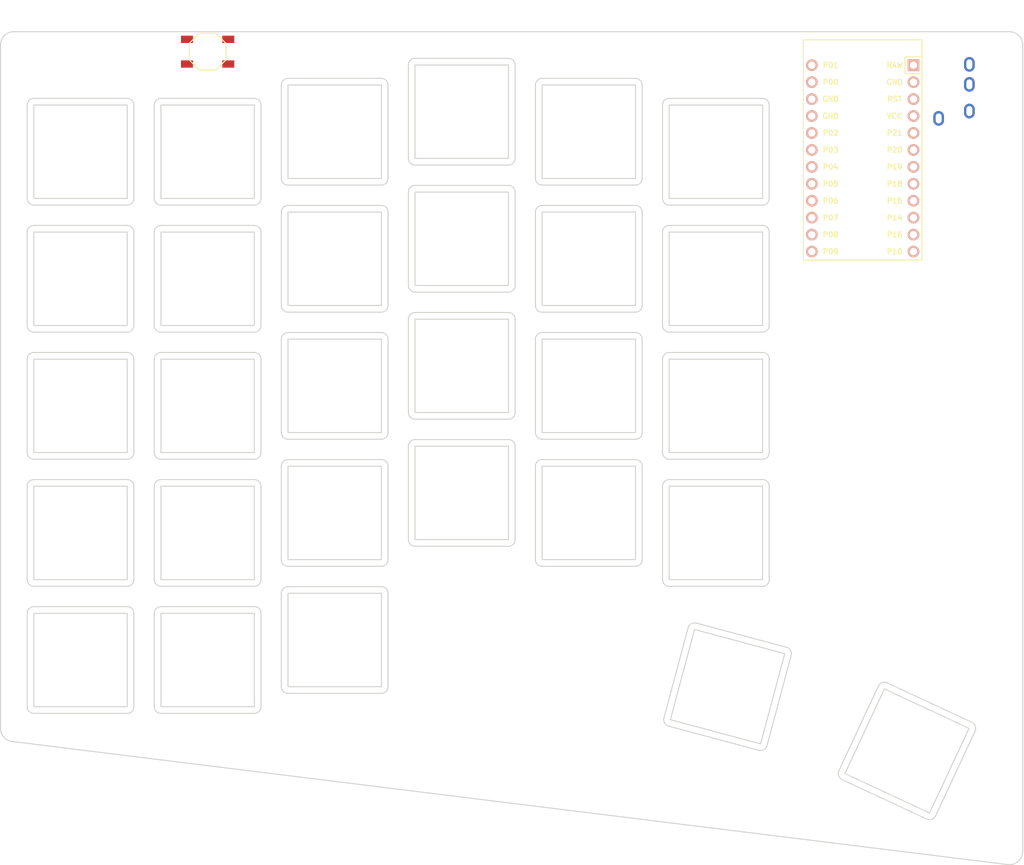
<source format=kicad_pcb>

            
(kicad_pcb (version 20171130) (host pcbnew 5.1.6)

  (page A3)
  (title_block
    (title left)
    (rev v1.0.0)
    (company Unknown)
  )

  (general
    (thickness 1.6)
  )

  (layers
    (0 F.Cu signal)
    (31 B.Cu signal)
    (32 B.Adhes user)
    (33 F.Adhes user)
    (34 B.Paste user)
    (35 F.Paste user)
    (36 B.SilkS user)
    (37 F.SilkS user)
    (38 B.Mask user)
    (39 F.Mask user)
    (40 Dwgs.User user)
    (41 Cmts.User user)
    (42 Eco1.User user)
    (43 Eco2.User user)
    (44 Edge.Cuts user)
    (45 Margin user)
    (46 B.CrtYd user)
    (47 F.CrtYd user)
    (48 B.Fab user)
    (49 F.Fab user)
  )

  (setup
    (last_trace_width 0.25)
    (trace_clearance 0.2)
    (zone_clearance 0.508)
    (zone_45_only no)
    (trace_min 0.2)
    (via_size 0.8)
    (via_drill 0.4)
    (via_min_size 0.4)
    (via_min_drill 0.3)
    (uvia_size 0.3)
    (uvia_drill 0.1)
    (uvias_allowed no)
    (uvia_min_size 0.2)
    (uvia_min_drill 0.1)
    (edge_width 0.05)
    (segment_width 0.2)
    (pcb_text_width 0.3)
    (pcb_text_size 1.5 1.5)
    (mod_edge_width 0.12)
    (mod_text_size 1 1)
    (mod_text_width 0.15)
    (pad_size 1.524 1.524)
    (pad_drill 0.762)
    (pad_to_mask_clearance 0.05)
    (aux_axis_origin 0 0)
    (visible_elements FFFFFF7F)
    (pcbplotparams
      (layerselection 0x010fc_ffffffff)
      (usegerberextensions false)
      (usegerberattributes true)
      (usegerberadvancedattributes true)
      (creategerberjobfile true)
      (excludeedgelayer true)
      (linewidth 0.100000)
      (plotframeref false)
      (viasonmask false)
      (mode 1)
      (useauxorigin false)
      (hpglpennumber 1)
      (hpglpenspeed 20)
      (hpglpendiameter 15.000000)
      (psnegative false)
      (psa4output false)
      (plotreference true)
      (plotvalue true)
      (plotinvisibletext false)
      (padsonsilk false)
      (subtractmaskfromsilk false)
      (outputformat 1)
      (mirror false)
      (drillshape 1)
      (scaleselection 1)
      (outputdirectory ""))
  )

            (net 0 "")
(net 1 "RAW")
(net 2 "GND")
(net 3 "RST")
(net 4 "VCC")
(net 5 "P21")
(net 6 "P20")
(net 7 "P19")
(net 8 "P18")
(net 9 "P15")
(net 10 "P14")
(net 11 "P16")
(net 12 "P10")
(net 13 "P1")
(net 14 "P0")
(net 15 "P2")
(net 16 "P3")
(net 17 "P4")
(net 18 "P5")
(net 19 "P6")
(net 20 "P7")
(net 21 "P8")
(net 22 "P9")
            
  (net_class Default "This is the default net class."
    (clearance 0.2)
    (trace_width 0.25)
    (via_dia 0.8)
    (via_drill 0.4)
    (uvia_dia 0.3)
    (uvia_drill 0.1)
    (add_net "")
(add_net "RAW")
(add_net "GND")
(add_net "RST")
(add_net "VCC")
(add_net "P21")
(add_net "P20")
(add_net "P19")
(add_net "P18")
(add_net "P15")
(add_net "P14")
(add_net "P16")
(add_net "P10")
(add_net "P1")
(add_net "P0")
(add_net "P2")
(add_net "P3")
(add_net "P4")
(add_net "P5")
(add_net "P6")
(add_net "P7")
(add_net "P8")
(add_net "P9")
  )

            
        
      (module ProMicro (layer F.Cu) (tedit 5B307E4C)
      (at 117.25 -75.2 -90)

      
      (fp_text reference "MCU1" (at 0 0) (layer F.SilkS) hide (effects (font (size 1.27 1.27) (thickness 0.15))))
      (fp_text value "" (at 0 0) (layer F.SilkS) hide (effects (font (size 1.27 1.27) (thickness 0.15))))
    
      
      (fp_line (start -19.304 -3.81) (end -14.224 -3.81) (layer Dwgs.User) (width 0.15))
      (fp_line (start -19.304 3.81) (end -19.304 -3.81) (layer Dwgs.User) (width 0.15))
      (fp_line (start -14.224 3.81) (end -19.304 3.81) (layer Dwgs.User) (width 0.15))
      (fp_line (start -14.224 -3.81) (end -14.224 3.81) (layer Dwgs.User) (width 0.15))
    
      
      (fp_line (start -17.78 8.89) (end 15.24 8.89) (layer F.SilkS) (width 0.15))
      (fp_line (start 15.24 8.89) (end 15.24 -8.89) (layer F.SilkS) (width 0.15))
      (fp_line (start 15.24 -8.89) (end -17.78 -8.89) (layer F.SilkS) (width 0.15))
      (fp_line (start -17.78 -8.89) (end -17.78 8.89) (layer F.SilkS) (width 0.15))
      
        
        
        (fp_line (start -15.24 -6.35) (end -12.7 -6.35) (layer F.SilkS) (width 0.15))
        (fp_line (start -15.24 -6.35) (end -15.24 -8.89) (layer F.SilkS) (width 0.15))
        (fp_line (start -12.7 -6.35) (end -12.7 -8.89) (layer F.SilkS) (width 0.15))
      
        
        (fp_text user RAW (at -13.97 -4.8 0) (layer F.SilkS) (effects (font (size 0.8 0.8) (thickness 0.15))))
        (fp_text user GND (at -11.43 -4.8 0) (layer F.SilkS) (effects (font (size 0.8 0.8) (thickness 0.15))))
        (fp_text user RST (at -8.89 -4.8 0) (layer F.SilkS) (effects (font (size 0.8 0.8) (thickness 0.15))))
        (fp_text user VCC (at -6.35 -4.8 0) (layer F.SilkS) (effects (font (size 0.8 0.8) (thickness 0.15))))
        (fp_text user P21 (at -3.81 -4.8 0) (layer F.SilkS) (effects (font (size 0.8 0.8) (thickness 0.15))))
        (fp_text user P20 (at -1.27 -4.8 0) (layer F.SilkS) (effects (font (size 0.8 0.8) (thickness 0.15))))
        (fp_text user P19 (at 1.27 -4.8 0) (layer F.SilkS) (effects (font (size 0.8 0.8) (thickness 0.15))))
        (fp_text user P18 (at 3.81 -4.8 0) (layer F.SilkS) (effects (font (size 0.8 0.8) (thickness 0.15))))
        (fp_text user P15 (at 6.35 -4.8 0) (layer F.SilkS) (effects (font (size 0.8 0.8) (thickness 0.15))))
        (fp_text user P14 (at 8.89 -4.8 0) (layer F.SilkS) (effects (font (size 0.8 0.8) (thickness 0.15))))
        (fp_text user P16 (at 11.43 -4.8 0) (layer F.SilkS) (effects (font (size 0.8 0.8) (thickness 0.15))))
        (fp_text user P10 (at 13.97 -4.8 0) (layer F.SilkS) (effects (font (size 0.8 0.8) (thickness 0.15))))
      
        (fp_text user P01 (at -13.97 4.8 0) (layer F.SilkS) (effects (font (size 0.8 0.8) (thickness 0.15))))
        (fp_text user P00 (at -11.43 4.8 0) (layer F.SilkS) (effects (font (size 0.8 0.8) (thickness 0.15))))
        (fp_text user GND (at -8.89 4.8 0) (layer F.SilkS) (effects (font (size 0.8 0.8) (thickness 0.15))))
        (fp_text user GND (at -6.35 4.8 0) (layer F.SilkS) (effects (font (size 0.8 0.8) (thickness 0.15))))
        (fp_text user P02 (at -3.81 4.8 0) (layer F.SilkS) (effects (font (size 0.8 0.8) (thickness 0.15))))
        (fp_text user P03 (at -1.27 4.8 0) (layer F.SilkS) (effects (font (size 0.8 0.8) (thickness 0.15))))
        (fp_text user P04 (at 1.27 4.8 0) (layer F.SilkS) (effects (font (size 0.8 0.8) (thickness 0.15))))
        (fp_text user P05 (at 3.81 4.8 0) (layer F.SilkS) (effects (font (size 0.8 0.8) (thickness 0.15))))
        (fp_text user P06 (at 6.35 4.8 0) (layer F.SilkS) (effects (font (size 0.8 0.8) (thickness 0.15))))
        (fp_text user P07 (at 8.89 4.8 0) (layer F.SilkS) (effects (font (size 0.8 0.8) (thickness 0.15))))
        (fp_text user P08 (at 11.43 4.8 0) (layer F.SilkS) (effects (font (size 0.8 0.8) (thickness 0.15))))
        (fp_text user P09 (at 13.97 4.8 0) (layer F.SilkS) (effects (font (size 0.8 0.8) (thickness 0.15))))
      
        
        (pad 1 thru_hole rect (at -13.97 -7.62 -90) (size 1.7526 1.7526) (drill 1.0922) (layers *.Cu *.SilkS *.Mask) (net 1 "RAW"))
        (pad 2 thru_hole circle (at -11.43 -7.62 0) (size 1.7526 1.7526) (drill 1.0922) (layers *.Cu *.SilkS *.Mask) (net 2 "GND"))
        (pad 3 thru_hole circle (at -8.89 -7.62 0) (size 1.7526 1.7526) (drill 1.0922) (layers *.Cu *.SilkS *.Mask) (net 3 "RST"))
        (pad 4 thru_hole circle (at -6.35 -7.62 0) (size 1.7526 1.7526) (drill 1.0922) (layers *.Cu *.SilkS *.Mask) (net 4 "VCC"))
        (pad 5 thru_hole circle (at -3.81 -7.62 0) (size 1.7526 1.7526) (drill 1.0922) (layers *.Cu *.SilkS *.Mask) (net 5 "P21"))
        (pad 6 thru_hole circle (at -1.27 -7.62 0) (size 1.7526 1.7526) (drill 1.0922) (layers *.Cu *.SilkS *.Mask) (net 6 "P20"))
        (pad 7 thru_hole circle (at 1.27 -7.62 0) (size 1.7526 1.7526) (drill 1.0922) (layers *.Cu *.SilkS *.Mask) (net 7 "P19"))
        (pad 8 thru_hole circle (at 3.81 -7.62 0) (size 1.7526 1.7526) (drill 1.0922) (layers *.Cu *.SilkS *.Mask) (net 8 "P18"))
        (pad 9 thru_hole circle (at 6.35 -7.62 0) (size 1.7526 1.7526) (drill 1.0922) (layers *.Cu *.SilkS *.Mask) (net 9 "P15"))
        (pad 10 thru_hole circle (at 8.89 -7.62 0) (size 1.7526 1.7526) (drill 1.0922) (layers *.Cu *.SilkS *.Mask) (net 10 "P14"))
        (pad 11 thru_hole circle (at 11.43 -7.62 0) (size 1.7526 1.7526) (drill 1.0922) (layers *.Cu *.SilkS *.Mask) (net 11 "P16"))
        (pad 12 thru_hole circle (at 13.97 -7.62 0) (size 1.7526 1.7526) (drill 1.0922) (layers *.Cu *.SilkS *.Mask) (net 12 "P10"))
        
        (pad 13 thru_hole circle (at -13.97 7.62 0) (size 1.7526 1.7526) (drill 1.0922) (layers *.Cu *.SilkS *.Mask) (net 13 "P1"))
        (pad 14 thru_hole circle (at -11.43 7.62 0) (size 1.7526 1.7526) (drill 1.0922) (layers *.Cu *.SilkS *.Mask) (net 14 "P0"))
        (pad 15 thru_hole circle (at -8.89 7.62 0) (size 1.7526 1.7526) (drill 1.0922) (layers *.Cu *.SilkS *.Mask) (net 2 "GND"))
        (pad 16 thru_hole circle (at -6.35 7.62 0) (size 1.7526 1.7526) (drill 1.0922) (layers *.Cu *.SilkS *.Mask) (net 2 "GND"))
        (pad 17 thru_hole circle (at -3.81 7.62 0) (size 1.7526 1.7526) (drill 1.0922) (layers *.Cu *.SilkS *.Mask) (net 15 "P2"))
        (pad 18 thru_hole circle (at -1.27 7.62 0) (size 1.7526 1.7526) (drill 1.0922) (layers *.Cu *.SilkS *.Mask) (net 16 "P3"))
        (pad 19 thru_hole circle (at 1.27 7.62 0) (size 1.7526 1.7526) (drill 1.0922) (layers *.Cu *.SilkS *.Mask) (net 17 "P4"))
        (pad 20 thru_hole circle (at 3.81 7.62 0) (size 1.7526 1.7526) (drill 1.0922) (layers *.Cu *.SilkS *.Mask) (net 18 "P5"))
        (pad 21 thru_hole circle (at 6.35 7.62 0) (size 1.7526 1.7526) (drill 1.0922) (layers *.Cu *.SilkS *.Mask) (net 19 "P6"))
        (pad 22 thru_hole circle (at 8.89 7.62 0) (size 1.7526 1.7526) (drill 1.0922) (layers *.Cu *.SilkS *.Mask) (net 20 "P7"))
        (pad 23 thru_hole circle (at 11.43 7.62 0) (size 1.7526 1.7526) (drill 1.0922) (layers *.Cu *.SilkS *.Mask) (net 21 "P8"))
        (pad 24 thru_hole circle (at 13.97 7.62 0) (size 1.7526 1.7526) (drill 1.0922) (layers *.Cu *.SilkS *.Mask) (net 22 "P9"))
      )
        

    
    (module E73:SW_TACT_ALPS_SKQGABE010 (layer F.Cu) (tstamp 5BF2CC94)

        (descr "Low-profile SMD Tactile Switch, https://www.e-switch.com/product-catalog/tact/product-lines/tl3342-series-low-profile-smt-tact-switch")
        (tags "SPST Tactile Switch")

        (at 19.05 -91.2 0)
        
        (fp_text reference "B1" (at 0 0) (layer F.SilkS) hide (effects (font (size 1.27 1.27) (thickness 0.15))))
        (fp_text value "" (at 0 0) (layer F.SilkS) hide (effects (font (size 1.27 1.27) (thickness 0.15))))
        
        
        (fp_line (start 2.75 1.25) (end 1.25 2.75) (layer F.SilkS) (width 0.15))
        (fp_line (start 2.75 -1.25) (end 1.25 -2.75) (layer F.SilkS) (width 0.15))
        (fp_line (start 2.75 -1.25) (end 2.75 1.25) (layer F.SilkS) (width 0.15))
        (fp_line (start -1.25 2.75) (end 1.25 2.75) (layer F.SilkS) (width 0.15))
        (fp_line (start -1.25 -2.75) (end 1.25 -2.75) (layer F.SilkS) (width 0.15))
        (fp_line (start -2.75 1.25) (end -1.25 2.75) (layer F.SilkS) (width 0.15))
        (fp_line (start -2.75 -1.25) (end -1.25 -2.75) (layer F.SilkS) (width 0.15))
        (fp_line (start -2.75 -1.25) (end -2.75 1.25) (layer F.SilkS) (width 0.15))
        
        
        (pad 1 smd rect (at -3.1 -1.85 0) (size 1.8 1.1) (layers F.Cu F.Paste F.Mask) (net 3 "RST"))
        (pad 1 smd rect (at 3.1 -1.85 0) (size 1.8 1.1) (layers F.Cu F.Paste F.Mask) (net 3 "RST"))
        (pad 2 smd rect (at -3.1 1.85 0) (size 1.8 1.1) (layers F.Cu F.Paste F.Mask) (net 2 "GND"))
        (pad 2 smd rect (at 3.1 1.85 0) (size 1.8 1.1) (layers F.Cu F.Paste F.Mask) (net 2 "GND"))
    )
    
    

        
      (module TRRS-PJ-320A-dual (layer F.Cu) (tedit 5970F8E5)

      (at 133.25 -92.5 0)   

      
      (fp_text reference "TRRS1" (at 0 14.2) (layer Dwgs.User) (effects (font (size 1 1) (thickness 0.15))))
      (fp_text value TRRS-PJ-320A-dual (at 0 -5.6) (layer F.Fab) (effects (font (size 1 1) (thickness 0.15))))

      
      (fp_line (start 0.5 -2) (end -5.1 -2) (layer Dwgs.User) (width 0.15))
      (fp_line (start -5.1 0) (end -5.1 -2) (layer Dwgs.User) (width 0.15))
      (fp_line (start 0.5 0) (end 0.5 -2) (layer Dwgs.User) (width 0.15))
      (fp_line (start -5.35 0) (end -5.35 12.1) (layer Dwgs.User) (width 0.15))
      (fp_line (start 0.75 0) (end 0.75 12.1) (layer Dwgs.User) (width 0.15))
      (fp_line (start 0.75 12.1) (end -5.35 12.1) (layer Dwgs.User) (width 0.15))
      (fp_line (start 0.75 0) (end -5.35 0) (layer Dwgs.User) (width 0.15))

      
        
        (pad "" np_thru_hole circle (at -2.3 8.6) (size 1.5 1.5) (drill 1.5) (layers *.Cu *.Mask))
        (pad "" np_thru_hole circle (at -2.3 1.6) (size 1.5 1.5) (drill 1.5) (layers *.Cu *.Mask))
      
        
        (pad 1 thru_hole oval (at -4.6 11.3 0) (size 1.6 2.2) (drill oval 0.9 1.5) (layers *.Cu *.Mask) (net 2 "GND"))
        (pad 2 thru_hole oval (at 0 10.2 0) (size 1.6 2.2) (drill oval 0.9 1.5) (layers *.Cu *.Mask) (net 2 "GND"))
        (pad 3 thru_hole oval (at 0 6.2 0) (size 1.6 2.2) (drill oval 0.9 1.5) (layers *.Cu *.Mask) (net 5 "P21"))
        (pad 4 thru_hole oval (at 0 3.2 0) (size 1.6 2.2) (drill oval 0.9 1.5) (layers *.Cu *.Mask) (net 4 "VCC"))
      )
      
            (gr_line (start -12 10.23207596639478) (end -12 -92.2) (angle 90) (layer Edge.Cuts) (width 0.15))
(gr_line (start -10 -94.2) (end 139.25 -94.2) (angle 90) (layer Edge.Cuts) (width 0.15))
(gr_line (start 141.25 -92.2) (end 141.25 28.6874593269168) (angle 90) (layer Edge.Cuts) (width 0.15))
(gr_line (start 139.00456100000002 30.672342126916806) (end -10.245439000000003 12.21695876639478) (angle 90) (layer Edge.Cuts) (width 0.15))
(gr_arc (start -10 -92.2) (end -10 -94.2) (angle -90) (layer Edge.Cuts) (width 0.15))
(gr_arc (start 139.25 -92.2) (end 141.25 -92.2) (angle -90) (layer Edge.Cuts) (width 0.15))
(gr_arc (start 139.25 28.6874593269168) (end 139.004561 30.672342126916803) (angle -97.04907874949942) (layer Edge.Cuts) (width 0.15))
(gr_arc (start -10 10.23207596639478) (end -12 10.23207596639478) (angle -82.95092125049979) (layer Edge.Cuts) (width 0.15))
(gr_line (start -7 8) (end 7 8) (angle 90) (layer Edge.Cuts) (width 0.15))
(gr_line (start 8 7) (end 8 -7) (angle 90) (layer Edge.Cuts) (width 0.15))
(gr_line (start 7 -8) (end -7 -8) (angle 90) (layer Edge.Cuts) (width 0.15))
(gr_line (start -8 -7) (end -8 7) (angle 90) (layer Edge.Cuts) (width 0.15))
(gr_line (start -7 -11.05) (end 7 -11.05) (angle 90) (layer Edge.Cuts) (width 0.15))
(gr_line (start 8 -12.05) (end 8 -26.05) (angle 90) (layer Edge.Cuts) (width 0.15))
(gr_line (start 7 -27.05) (end -7 -27.05) (angle 90) (layer Edge.Cuts) (width 0.15))
(gr_line (start -8 -26.05) (end -8 -12.05) (angle 90) (layer Edge.Cuts) (width 0.15))
(gr_line (start -7 -30.1) (end 7 -30.1) (angle 90) (layer Edge.Cuts) (width 0.15))
(gr_line (start 8 -31.1) (end 8 -45.1) (angle 90) (layer Edge.Cuts) (width 0.15))
(gr_line (start 7 -46.1) (end -7 -46.1) (angle 90) (layer Edge.Cuts) (width 0.15))
(gr_line (start -8 -45.1) (end -8 -31.1) (angle 90) (layer Edge.Cuts) (width 0.15))
(gr_line (start -7 -49.150000000000006) (end 7 -49.150000000000006) (angle 90) (layer Edge.Cuts) (width 0.15))
(gr_line (start 8 -50.150000000000006) (end 8 -64.15) (angle 90) (layer Edge.Cuts) (width 0.15))
(gr_line (start 7 -65.15) (end -7 -65.15) (angle 90) (layer Edge.Cuts) (width 0.15))
(gr_line (start -8 -64.15) (end -8 -50.150000000000006) (angle 90) (layer Edge.Cuts) (width 0.15))
(gr_line (start -7 -68.2) (end 7 -68.2) (angle 90) (layer Edge.Cuts) (width 0.15))
(gr_line (start 8 -69.2) (end 8 -83.2) (angle 90) (layer Edge.Cuts) (width 0.15))
(gr_line (start 7 -84.2) (end -7 -84.2) (angle 90) (layer Edge.Cuts) (width 0.15))
(gr_line (start -8 -83.2) (end -8 -69.2) (angle 90) (layer Edge.Cuts) (width 0.15))
(gr_line (start 12.05 8) (end 26.05 8) (angle 90) (layer Edge.Cuts) (width 0.15))
(gr_line (start 27.05 7) (end 27.05 -7) (angle 90) (layer Edge.Cuts) (width 0.15))
(gr_line (start 26.05 -8) (end 12.05 -8) (angle 90) (layer Edge.Cuts) (width 0.15))
(gr_line (start 11.05 -7) (end 11.05 7) (angle 90) (layer Edge.Cuts) (width 0.15))
(gr_line (start 12.05 -11.05) (end 26.05 -11.05) (angle 90) (layer Edge.Cuts) (width 0.15))
(gr_line (start 27.05 -12.05) (end 27.05 -26.05) (angle 90) (layer Edge.Cuts) (width 0.15))
(gr_line (start 26.05 -27.05) (end 12.05 -27.05) (angle 90) (layer Edge.Cuts) (width 0.15))
(gr_line (start 11.05 -26.05) (end 11.05 -12.05) (angle 90) (layer Edge.Cuts) (width 0.15))
(gr_line (start 12.05 -30.1) (end 26.05 -30.1) (angle 90) (layer Edge.Cuts) (width 0.15))
(gr_line (start 27.05 -31.1) (end 27.05 -45.1) (angle 90) (layer Edge.Cuts) (width 0.15))
(gr_line (start 26.05 -46.1) (end 12.05 -46.1) (angle 90) (layer Edge.Cuts) (width 0.15))
(gr_line (start 11.05 -45.1) (end 11.05 -31.1) (angle 90) (layer Edge.Cuts) (width 0.15))
(gr_line (start 12.05 -49.150000000000006) (end 26.05 -49.150000000000006) (angle 90) (layer Edge.Cuts) (width 0.15))
(gr_line (start 27.05 -50.150000000000006) (end 27.05 -64.15) (angle 90) (layer Edge.Cuts) (width 0.15))
(gr_line (start 26.05 -65.15) (end 12.05 -65.15) (angle 90) (layer Edge.Cuts) (width 0.15))
(gr_line (start 11.05 -64.15) (end 11.05 -50.150000000000006) (angle 90) (layer Edge.Cuts) (width 0.15))
(gr_line (start 12.05 -68.2) (end 26.05 -68.2) (angle 90) (layer Edge.Cuts) (width 0.15))
(gr_line (start 27.05 -69.2) (end 27.05 -83.2) (angle 90) (layer Edge.Cuts) (width 0.15))
(gr_line (start 26.05 -84.2) (end 12.05 -84.2) (angle 90) (layer Edge.Cuts) (width 0.15))
(gr_line (start 11.05 -83.2) (end 11.05 -69.2) (angle 90) (layer Edge.Cuts) (width 0.15))
(gr_line (start 31.1 5) (end 45.1 5) (angle 90) (layer Edge.Cuts) (width 0.15))
(gr_line (start 46.1 4) (end 46.1 -10) (angle 90) (layer Edge.Cuts) (width 0.15))
(gr_line (start 45.1 -11) (end 31.1 -11) (angle 90) (layer Edge.Cuts) (width 0.15))
(gr_line (start 30.1 -10) (end 30.1 4) (angle 90) (layer Edge.Cuts) (width 0.15))
(gr_line (start 31.1 -14.05) (end 45.1 -14.05) (angle 90) (layer Edge.Cuts) (width 0.15))
(gr_line (start 46.1 -15.05) (end 46.1 -29.05) (angle 90) (layer Edge.Cuts) (width 0.15))
(gr_line (start 45.1 -30.05) (end 31.1 -30.05) (angle 90) (layer Edge.Cuts) (width 0.15))
(gr_line (start 30.1 -29.05) (end 30.1 -15.05) (angle 90) (layer Edge.Cuts) (width 0.15))
(gr_line (start 31.1 -33.1) (end 45.1 -33.1) (angle 90) (layer Edge.Cuts) (width 0.15))
(gr_line (start 46.1 -34.1) (end 46.1 -48.1) (angle 90) (layer Edge.Cuts) (width 0.15))
(gr_line (start 45.1 -49.1) (end 31.1 -49.1) (angle 90) (layer Edge.Cuts) (width 0.15))
(gr_line (start 30.1 -48.1) (end 30.1 -34.1) (angle 90) (layer Edge.Cuts) (width 0.15))
(gr_line (start 31.1 -52.150000000000006) (end 45.1 -52.150000000000006) (angle 90) (layer Edge.Cuts) (width 0.15))
(gr_line (start 46.1 -53.150000000000006) (end 46.1 -67.15) (angle 90) (layer Edge.Cuts) (width 0.15))
(gr_line (start 45.1 -68.15) (end 31.1 -68.15) (angle 90) (layer Edge.Cuts) (width 0.15))
(gr_line (start 30.1 -67.15) (end 30.1 -53.150000000000006) (angle 90) (layer Edge.Cuts) (width 0.15))
(gr_line (start 31.1 -71.2) (end 45.1 -71.2) (angle 90) (layer Edge.Cuts) (width 0.15))
(gr_line (start 46.1 -72.2) (end 46.1 -86.2) (angle 90) (layer Edge.Cuts) (width 0.15))
(gr_line (start 45.1 -87.2) (end 31.1 -87.2) (angle 90) (layer Edge.Cuts) (width 0.15))
(gr_line (start 30.1 -86.2) (end 30.1 -72.2) (angle 90) (layer Edge.Cuts) (width 0.15))
(gr_line (start 50.15 -17.05) (end 64.15 -17.05) (angle 90) (layer Edge.Cuts) (width 0.15))
(gr_line (start 65.15 -18.05) (end 65.15 -32.05) (angle 90) (layer Edge.Cuts) (width 0.15))
(gr_line (start 64.15 -33.05) (end 50.15 -33.05) (angle 90) (layer Edge.Cuts) (width 0.15))
(gr_line (start 49.15 -32.05) (end 49.15 -18.05) (angle 90) (layer Edge.Cuts) (width 0.15))
(gr_line (start 50.15 -36.1) (end 64.15 -36.1) (angle 90) (layer Edge.Cuts) (width 0.15))
(gr_line (start 65.15 -37.1) (end 65.15 -51.1) (angle 90) (layer Edge.Cuts) (width 0.15))
(gr_line (start 64.15 -52.1) (end 50.15 -52.1) (angle 90) (layer Edge.Cuts) (width 0.15))
(gr_line (start 49.15 -51.1) (end 49.15 -37.1) (angle 90) (layer Edge.Cuts) (width 0.15))
(gr_line (start 50.15 -55.150000000000006) (end 64.15 -55.150000000000006) (angle 90) (layer Edge.Cuts) (width 0.15))
(gr_line (start 65.15 -56.150000000000006) (end 65.15 -70.15) (angle 90) (layer Edge.Cuts) (width 0.15))
(gr_line (start 64.15 -71.15) (end 50.15 -71.15) (angle 90) (layer Edge.Cuts) (width 0.15))
(gr_line (start 49.15 -70.15) (end 49.15 -56.150000000000006) (angle 90) (layer Edge.Cuts) (width 0.15))
(gr_line (start 50.15 -74.2) (end 64.15 -74.2) (angle 90) (layer Edge.Cuts) (width 0.15))
(gr_line (start 65.15 -75.2) (end 65.15 -89.2) (angle 90) (layer Edge.Cuts) (width 0.15))
(gr_line (start 64.15 -90.2) (end 50.15 -90.2) (angle 90) (layer Edge.Cuts) (width 0.15))
(gr_line (start 49.15 -89.2) (end 49.15 -75.2) (angle 90) (layer Edge.Cuts) (width 0.15))
(gr_line (start 69.2 -14.05) (end 83.2 -14.05) (angle 90) (layer Edge.Cuts) (width 0.15))
(gr_line (start 84.2 -15.05) (end 84.2 -29.05) (angle 90) (layer Edge.Cuts) (width 0.15))
(gr_line (start 83.2 -30.05) (end 69.2 -30.05) (angle 90) (layer Edge.Cuts) (width 0.15))
(gr_line (start 68.2 -29.05) (end 68.2 -15.05) (angle 90) (layer Edge.Cuts) (width 0.15))
(gr_line (start 69.2 -33.1) (end 83.2 -33.1) (angle 90) (layer Edge.Cuts) (width 0.15))
(gr_line (start 84.2 -34.1) (end 84.2 -48.1) (angle 90) (layer Edge.Cuts) (width 0.15))
(gr_line (start 83.2 -49.1) (end 69.2 -49.1) (angle 90) (layer Edge.Cuts) (width 0.15))
(gr_line (start 68.2 -48.1) (end 68.2 -34.1) (angle 90) (layer Edge.Cuts) (width 0.15))
(gr_line (start 69.2 -52.150000000000006) (end 83.2 -52.150000000000006) (angle 90) (layer Edge.Cuts) (width 0.15))
(gr_line (start 84.2 -53.150000000000006) (end 84.2 -67.15) (angle 90) (layer Edge.Cuts) (width 0.15))
(gr_line (start 83.2 -68.15) (end 69.2 -68.15) (angle 90) (layer Edge.Cuts) (width 0.15))
(gr_line (start 68.2 -67.15) (end 68.2 -53.150000000000006) (angle 90) (layer Edge.Cuts) (width 0.15))
(gr_line (start 69.2 -71.2) (end 83.2 -71.2) (angle 90) (layer Edge.Cuts) (width 0.15))
(gr_line (start 84.2 -72.2) (end 84.2 -86.2) (angle 90) (layer Edge.Cuts) (width 0.15))
(gr_line (start 83.2 -87.2) (end 69.2 -87.2) (angle 90) (layer Edge.Cuts) (width 0.15))
(gr_line (start 68.2 -86.2) (end 68.2 -72.2) (angle 90) (layer Edge.Cuts) (width 0.15))
(gr_line (start 88.25 -11.05) (end 102.25 -11.05) (angle 90) (layer Edge.Cuts) (width 0.15))
(gr_line (start 103.25 -12.05) (end 103.25 -26.05) (angle 90) (layer Edge.Cuts) (width 0.15))
(gr_line (start 102.25 -27.05) (end 88.25 -27.05) (angle 90) (layer Edge.Cuts) (width 0.15))
(gr_line (start 87.25 -26.05) (end 87.25 -12.05) (angle 90) (layer Edge.Cuts) (width 0.15))
(gr_line (start 88.25 -30.1) (end 102.25 -30.1) (angle 90) (layer Edge.Cuts) (width 0.15))
(gr_line (start 103.25 -31.1) (end 103.25 -45.1) (angle 90) (layer Edge.Cuts) (width 0.15))
(gr_line (start 102.25 -46.1) (end 88.25 -46.1) (angle 90) (layer Edge.Cuts) (width 0.15))
(gr_line (start 87.25 -45.1) (end 87.25 -31.1) (angle 90) (layer Edge.Cuts) (width 0.15))
(gr_line (start 88.25 -49.150000000000006) (end 102.25 -49.150000000000006) (angle 90) (layer Edge.Cuts) (width 0.15))
(gr_line (start 103.25 -50.150000000000006) (end 103.25 -64.15) (angle 90) (layer Edge.Cuts) (width 0.15))
(gr_line (start 102.25 -65.15) (end 88.25 -65.15) (angle 90) (layer Edge.Cuts) (width 0.15))
(gr_line (start 87.25 -64.15) (end 87.25 -50.150000000000006) (angle 90) (layer Edge.Cuts) (width 0.15))
(gr_line (start 88.25 -68.2) (end 102.25 -68.2) (angle 90) (layer Edge.Cuts) (width 0.15))
(gr_line (start 103.25 -69.2) (end 103.25 -83.2) (angle 90) (layer Edge.Cuts) (width 0.15))
(gr_line (start 102.25 -84.2) (end 88.25 -84.2) (angle 90) (layer Edge.Cuts) (width 0.15))
(gr_line (start 87.25 -83.2) (end 87.25 -69.2) (angle 90) (layer Edge.Cuts) (width 0.15))
(gr_line (start 88.1679668295753 9.915673251225952) (end 101.69092845122594 13.53913997042468) (angle 90) (layer Edge.Cuts) (width 0.15))
(gr_line (start 102.91567325122595 12.832033170424609) (end 106.53913997042467 -0.6909284512259433) (angle 90) (layer Edge.Cuts) (width 0.15))
(gr_line (start 105.83203317042468 -1.9156732512259538) (end 92.30907154877407 -5.539139970424678) (angle 90) (layer Edge.Cuts) (width 0.15))
(gr_line (start 91.08432674877406 -4.8320331704246655) (end 87.46086002957531 8.690928451225943) (angle 90) (layer Edge.Cuts) (width 0.15))
(gr_line (start 114.17361958611629 17.927815961854755) (end 126.86192856185481 23.844471613883755) (angle 90) (layer Edge.Cuts) (width 0.15))
(gr_line (start 128.19085466185473 23.360782113883772) (end 134.10751031388372 10.672473138145278) (angle 90) (layer Edge.Cuts) (width 0.15))
(gr_line (start 133.62382081388375 9.343547038145246) (end 120.93551183814522 3.426891386116253) (angle 90) (layer Edge.Cuts) (width 0.15))
(gr_line (start 119.60658573814524 3.910580886116236) (end 113.68993008611625 16.598889861854758) (angle 90) (layer Edge.Cuts) (width 0.15))
(gr_arc (start 127.28454686185478 22.938163813883747) (end 126.86192856185478 23.844471613883748) (angle -89.99999999999568) (layer Edge.Cuts) (width 0.15))
(gr_arc (start 133.20120251388374 10.249854838145268) (end 134.10751031388375 10.672473138145268) (angle -90.00000000000098) (layer Edge.Cuts) (width 0.15))
(gr_arc (start 120.51289353814522 4.333199186116261) (end 120.93551183814522 3.4268913861162607) (angle -89.99999999999784) (layer Edge.Cuts) (width 0.15))
(gr_arc (start 114.59623788611627 17.02150816185477) (end 113.68993008611628 16.59888986185477) (angle -90.00000000000065) (layer Edge.Cuts) (width 0.15))
(gr_arc (start 101.94974745122595 12.573214170424684) (end 101.69092845122594 13.539139970424685) (angle -90.00000000000455) (layer Edge.Cuts) (width 0.15))
(gr_arc (start 105.57321417042468 -0.94974745122596) (end 106.53913997042467 -0.69092845122596) (angle -90.00000000000081) (layer Edge.Cuts) (width 0.15))
(gr_arc (start 92.05025254877405 -4.573214170424677) (end 92.30907154877406 -5.539139970424677) (angle -90.00000000000149) (layer Edge.Cuts) (width 0.15))
(gr_arc (start 88.42678582957532 8.949747451225903) (end 87.46086002957533 8.690928451225902) (angle -89.99999999999747) (layer Edge.Cuts) (width 0.15))
(gr_arc (start 64.15 -37.1) (end 64.15 -36.1) (angle -90) (layer Edge.Cuts) (width 0.15))
(gr_arc (start 64.15 -51.1) (end 65.15 -51.1) (angle -90) (layer Edge.Cuts) (width 0.15))
(gr_arc (start 50.15 -51.1) (end 50.15 -52.1) (angle -90) (layer Edge.Cuts) (width 0.15))
(gr_arc (start 50.15 -37.1) (end 49.15 -37.1) (angle -90) (layer Edge.Cuts) (width 0.15))
(gr_arc (start 64.15 -56.150000000000006) (end 64.15 -55.150000000000006) (angle -90) (layer Edge.Cuts) (width 0.15))
(gr_arc (start 64.15 -70.15) (end 65.15 -70.15) (angle -90) (layer Edge.Cuts) (width 0.15))
(gr_arc (start 50.15 -70.15) (end 50.15 -71.15) (angle -90) (layer Edge.Cuts) (width 0.15))
(gr_arc (start 50.15 -56.150000000000006) (end 49.15 -56.150000000000006) (angle -90) (layer Edge.Cuts) (width 0.15))
(gr_arc (start 64.15 -75.2) (end 64.15 -74.2) (angle -90) (layer Edge.Cuts) (width 0.15))
(gr_arc (start 64.15 -89.2) (end 65.15 -89.2) (angle -90) (layer Edge.Cuts) (width 0.15))
(gr_arc (start 50.15 -89.2) (end 50.15 -90.2) (angle -90) (layer Edge.Cuts) (width 0.15))
(gr_arc (start 50.15 -75.2) (end 49.15 -75.2) (angle -90) (layer Edge.Cuts) (width 0.15))
(gr_arc (start 7 7) (end 7 8) (angle -90) (layer Edge.Cuts) (width 0.15))
(gr_arc (start 7 -7) (end 8 -7) (angle -90) (layer Edge.Cuts) (width 0.15))
(gr_arc (start -7 -7) (end -7 -8) (angle -90) (layer Edge.Cuts) (width 0.15))
(gr_arc (start -7 7) (end -8 7) (angle -90) (layer Edge.Cuts) (width 0.15))
(gr_arc (start 7 -12.05) (end 7 -11.05) (angle -90) (layer Edge.Cuts) (width 0.15))
(gr_arc (start 7 -26.05) (end 8 -26.05) (angle -90) (layer Edge.Cuts) (width 0.15))
(gr_arc (start -7 -26.05) (end -7 -27.05) (angle -90) (layer Edge.Cuts) (width 0.15))
(gr_arc (start -7 -12.05) (end -8 -12.05) (angle -90) (layer Edge.Cuts) (width 0.15))
(gr_arc (start 7 -31.1) (end 7 -30.1) (angle -90) (layer Edge.Cuts) (width 0.15))
(gr_arc (start 7 -45.1) (end 8 -45.1) (angle -90) (layer Edge.Cuts) (width 0.15))
(gr_arc (start -7 -45.1) (end -7 -46.1) (angle -90) (layer Edge.Cuts) (width 0.15))
(gr_arc (start -7 -31.1) (end -8 -31.1) (angle -90) (layer Edge.Cuts) (width 0.15))
(gr_arc (start 7 -50.150000000000006) (end 7 -49.150000000000006) (angle -90) (layer Edge.Cuts) (width 0.15))
(gr_arc (start 7 -64.15) (end 8 -64.15) (angle -90) (layer Edge.Cuts) (width 0.15))
(gr_arc (start -7 -64.15) (end -7 -65.15) (angle -90) (layer Edge.Cuts) (width 0.15))
(gr_arc (start -7 -50.150000000000006) (end -8 -50.150000000000006) (angle -90) (layer Edge.Cuts) (width 0.15))
(gr_arc (start 7 -69.2) (end 7 -68.2) (angle -90) (layer Edge.Cuts) (width 0.15))
(gr_arc (start 7 -83.2) (end 8 -83.2) (angle -90) (layer Edge.Cuts) (width 0.15))
(gr_arc (start -7 -83.2) (end -7 -84.2) (angle -90) (layer Edge.Cuts) (width 0.15))
(gr_arc (start -7 -69.2) (end -8 -69.2) (angle -90) (layer Edge.Cuts) (width 0.15))
(gr_arc (start 26.05 7) (end 26.05 8) (angle -90) (layer Edge.Cuts) (width 0.15))
(gr_arc (start 26.05 -7) (end 27.05 -7) (angle -90) (layer Edge.Cuts) (width 0.15))
(gr_arc (start 12.05 -7) (end 12.05 -8) (angle -90) (layer Edge.Cuts) (width 0.15))
(gr_arc (start 12.05 7) (end 11.05 7) (angle -90) (layer Edge.Cuts) (width 0.15))
(gr_arc (start 26.05 -12.05) (end 26.05 -11.05) (angle -90) (layer Edge.Cuts) (width 0.15))
(gr_arc (start 26.05 -26.05) (end 27.05 -26.05) (angle -90) (layer Edge.Cuts) (width 0.15))
(gr_arc (start 12.05 -26.05) (end 12.05 -27.05) (angle -90) (layer Edge.Cuts) (width 0.15))
(gr_arc (start 12.05 -12.05) (end 11.05 -12.05) (angle -90) (layer Edge.Cuts) (width 0.15))
(gr_arc (start 26.05 -31.1) (end 26.05 -30.1) (angle -90) (layer Edge.Cuts) (width 0.15))
(gr_arc (start 26.05 -45.1) (end 27.05 -45.1) (angle -90) (layer Edge.Cuts) (width 0.15))
(gr_arc (start 12.05 -45.1) (end 12.05 -46.1) (angle -90) (layer Edge.Cuts) (width 0.15))
(gr_arc (start 12.05 -31.1) (end 11.05 -31.1) (angle -90) (layer Edge.Cuts) (width 0.15))
(gr_arc (start 26.05 -50.150000000000006) (end 26.05 -49.150000000000006) (angle -90) (layer Edge.Cuts) (width 0.15))
(gr_arc (start 26.05 -64.15) (end 27.05 -64.15) (angle -90) (layer Edge.Cuts) (width 0.15))
(gr_arc (start 12.05 -64.15) (end 12.05 -65.15) (angle -90) (layer Edge.Cuts) (width 0.15))
(gr_arc (start 12.05 -50.150000000000006) (end 11.05 -50.150000000000006) (angle -90) (layer Edge.Cuts) (width 0.15))
(gr_arc (start 26.05 -69.2) (end 26.05 -68.2) (angle -90) (layer Edge.Cuts) (width 0.15))
(gr_arc (start 26.05 -83.2) (end 27.05 -83.2) (angle -90) (layer Edge.Cuts) (width 0.15))
(gr_arc (start 12.05 -83.2) (end 12.05 -84.2) (angle -90) (layer Edge.Cuts) (width 0.15))
(gr_arc (start 12.05 -69.2) (end 11.05 -69.2) (angle -90) (layer Edge.Cuts) (width 0.15))
(gr_arc (start 45.1 4) (end 45.1 5) (angle -90) (layer Edge.Cuts) (width 0.15))
(gr_arc (start 45.1 -10) (end 46.1 -10) (angle -90) (layer Edge.Cuts) (width 0.15))
(gr_arc (start 31.1 -10) (end 31.1 -11) (angle -90) (layer Edge.Cuts) (width 0.15))
(gr_arc (start 31.1 4) (end 30.1 4) (angle -90) (layer Edge.Cuts) (width 0.15))
(gr_arc (start 45.1 -15.05) (end 45.1 -14.05) (angle -90) (layer Edge.Cuts) (width 0.15))
(gr_arc (start 45.1 -29.05) (end 46.1 -29.05) (angle -90) (layer Edge.Cuts) (width 0.15))
(gr_arc (start 31.1 -29.05) (end 31.1 -30.05) (angle -90) (layer Edge.Cuts) (width 0.15))
(gr_arc (start 31.1 -15.05) (end 30.1 -15.05) (angle -90) (layer Edge.Cuts) (width 0.15))
(gr_arc (start 45.1 -34.1) (end 45.1 -33.1) (angle -90) (layer Edge.Cuts) (width 0.15))
(gr_arc (start 45.1 -48.1) (end 46.1 -48.1) (angle -90) (layer Edge.Cuts) (width 0.15))
(gr_arc (start 31.1 -48.1) (end 31.1 -49.1) (angle -90) (layer Edge.Cuts) (width 0.15))
(gr_arc (start 31.1 -34.1) (end 30.1 -34.1) (angle -90) (layer Edge.Cuts) (width 0.15))
(gr_arc (start 45.1 -53.150000000000006) (end 45.1 -52.150000000000006) (angle -90) (layer Edge.Cuts) (width 0.15))
(gr_arc (start 45.1 -67.15) (end 46.1 -67.15) (angle -90) (layer Edge.Cuts) (width 0.15))
(gr_arc (start 31.1 -67.15) (end 31.1 -68.15) (angle -90) (layer Edge.Cuts) (width 0.15))
(gr_arc (start 31.1 -53.150000000000006) (end 30.1 -53.150000000000006) (angle -90) (layer Edge.Cuts) (width 0.15))
(gr_arc (start 45.1 -72.2) (end 45.1 -71.2) (angle -90) (layer Edge.Cuts) (width 0.15))
(gr_arc (start 45.1 -86.2) (end 46.1 -86.2) (angle -90) (layer Edge.Cuts) (width 0.15))
(gr_arc (start 31.1 -86.2) (end 31.1 -87.2) (angle -90) (layer Edge.Cuts) (width 0.15))
(gr_arc (start 31.1 -72.2) (end 30.1 -72.2) (angle -90) (layer Edge.Cuts) (width 0.15))
(gr_arc (start 64.15 -18.05) (end 64.15 -17.05) (angle -90) (layer Edge.Cuts) (width 0.15))
(gr_arc (start 64.15 -32.05) (end 65.15 -32.05) (angle -90) (layer Edge.Cuts) (width 0.15))
(gr_arc (start 50.15 -32.05) (end 50.15 -33.05) (angle -90) (layer Edge.Cuts) (width 0.15))
(gr_arc (start 50.15 -18.05) (end 49.15 -18.05) (angle -90) (layer Edge.Cuts) (width 0.15))
(gr_arc (start 83.2 -15.05) (end 83.2 -14.05) (angle -90) (layer Edge.Cuts) (width 0.15))
(gr_arc (start 83.2 -29.05) (end 84.2 -29.05) (angle -90) (layer Edge.Cuts) (width 0.15))
(gr_arc (start 69.2 -29.05) (end 69.2 -30.05) (angle -90) (layer Edge.Cuts) (width 0.15))
(gr_arc (start 69.2 -15.05) (end 68.2 -15.05) (angle -90) (layer Edge.Cuts) (width 0.15))
(gr_arc (start 83.2 -34.1) (end 83.2 -33.1) (angle -90) (layer Edge.Cuts) (width 0.15))
(gr_arc (start 83.2 -48.1) (end 84.2 -48.1) (angle -90) (layer Edge.Cuts) (width 0.15))
(gr_arc (start 69.2 -48.1) (end 69.2 -49.1) (angle -90) (layer Edge.Cuts) (width 0.15))
(gr_arc (start 69.2 -34.1) (end 68.2 -34.1) (angle -90) (layer Edge.Cuts) (width 0.15))
(gr_arc (start 83.2 -53.150000000000006) (end 83.2 -52.150000000000006) (angle -90) (layer Edge.Cuts) (width 0.15))
(gr_arc (start 83.2 -67.15) (end 84.2 -67.15) (angle -90) (layer Edge.Cuts) (width 0.15))
(gr_arc (start 69.2 -67.15) (end 69.2 -68.15) (angle -90) (layer Edge.Cuts) (width 0.15))
(gr_arc (start 69.2 -53.150000000000006) (end 68.2 -53.150000000000006) (angle -90) (layer Edge.Cuts) (width 0.15))
(gr_arc (start 83.2 -72.2) (end 83.2 -71.2) (angle -90) (layer Edge.Cuts) (width 0.15))
(gr_arc (start 83.2 -86.2) (end 84.2 -86.2) (angle -90) (layer Edge.Cuts) (width 0.15))
(gr_arc (start 69.2 -86.2) (end 69.2 -87.2) (angle -90) (layer Edge.Cuts) (width 0.15))
(gr_arc (start 69.2 -72.2) (end 68.2 -72.2) (angle -90) (layer Edge.Cuts) (width 0.15))
(gr_arc (start 102.25 -12.05) (end 102.25 -11.05) (angle -90) (layer Edge.Cuts) (width 0.15))
(gr_arc (start 102.25 -26.05) (end 103.25 -26.05) (angle -90) (layer Edge.Cuts) (width 0.15))
(gr_arc (start 88.25 -26.05) (end 88.25 -27.05) (angle -90) (layer Edge.Cuts) (width 0.15))
(gr_arc (start 88.25 -12.05) (end 87.25 -12.05) (angle -90) (layer Edge.Cuts) (width 0.15))
(gr_arc (start 102.25 -31.1) (end 102.25 -30.1) (angle -90) (layer Edge.Cuts) (width 0.15))
(gr_arc (start 102.25 -45.1) (end 103.25 -45.1) (angle -90) (layer Edge.Cuts) (width 0.15))
(gr_arc (start 88.25 -45.1) (end 88.25 -46.1) (angle -90) (layer Edge.Cuts) (width 0.15))
(gr_arc (start 88.25 -31.1) (end 87.25 -31.1) (angle -90) (layer Edge.Cuts) (width 0.15))
(gr_arc (start 102.25 -50.150000000000006) (end 102.25 -49.150000000000006) (angle -90) (layer Edge.Cuts) (width 0.15))
(gr_arc (start 102.25 -64.15) (end 103.25 -64.15) (angle -90) (layer Edge.Cuts) (width 0.15))
(gr_arc (start 88.25 -64.15) (end 88.25 -65.15) (angle -90) (layer Edge.Cuts) (width 0.15))
(gr_arc (start 88.25 -50.150000000000006) (end 87.25 -50.150000000000006) (angle -90) (layer Edge.Cuts) (width 0.15))
(gr_arc (start 102.25 -69.2) (end 102.25 -68.2) (angle -90) (layer Edge.Cuts) (width 0.15))
(gr_arc (start 102.25 -83.2) (end 103.25 -83.2) (angle -90) (layer Edge.Cuts) (width 0.15))
(gr_arc (start 88.25 -83.2) (end 88.25 -84.2) (angle -90) (layer Edge.Cuts) (width 0.15))
(gr_arc (start 88.25 -69.2) (end 87.25 -69.2) (angle -90) (layer Edge.Cuts) (width 0.15))
(gr_line (start -7 7) (end 7 7) (angle 90) (layer Edge.Cuts) (width 0.15))
(gr_line (start 7 7) (end 7 -7) (angle 90) (layer Edge.Cuts) (width 0.15))
(gr_line (start 7 -7) (end -7 -7) (angle 90) (layer Edge.Cuts) (width 0.15))
(gr_line (start -7 -7) (end -7 7) (angle 90) (layer Edge.Cuts) (width 0.15))
(gr_line (start -7 -12.05) (end 7 -12.05) (angle 90) (layer Edge.Cuts) (width 0.15))
(gr_line (start 7 -12.05) (end 7 -26.05) (angle 90) (layer Edge.Cuts) (width 0.15))
(gr_line (start 7 -26.05) (end -7 -26.05) (angle 90) (layer Edge.Cuts) (width 0.15))
(gr_line (start -7 -26.05) (end -7 -12.05) (angle 90) (layer Edge.Cuts) (width 0.15))
(gr_line (start -7 -31.1) (end 7 -31.1) (angle 90) (layer Edge.Cuts) (width 0.15))
(gr_line (start 7 -31.1) (end 7 -45.1) (angle 90) (layer Edge.Cuts) (width 0.15))
(gr_line (start 7 -45.1) (end -7 -45.1) (angle 90) (layer Edge.Cuts) (width 0.15))
(gr_line (start -7 -45.1) (end -7 -31.1) (angle 90) (layer Edge.Cuts) (width 0.15))
(gr_line (start -7 -50.150000000000006) (end 7 -50.150000000000006) (angle 90) (layer Edge.Cuts) (width 0.15))
(gr_line (start 7 -50.150000000000006) (end 7 -64.15) (angle 90) (layer Edge.Cuts) (width 0.15))
(gr_line (start 7 -64.15) (end -7 -64.15) (angle 90) (layer Edge.Cuts) (width 0.15))
(gr_line (start -7 -64.15) (end -7 -50.150000000000006) (angle 90) (layer Edge.Cuts) (width 0.15))
(gr_line (start -7 -69.2) (end 7 -69.2) (angle 90) (layer Edge.Cuts) (width 0.15))
(gr_line (start 7 -69.2) (end 7 -83.2) (angle 90) (layer Edge.Cuts) (width 0.15))
(gr_line (start 7 -83.2) (end -7 -83.2) (angle 90) (layer Edge.Cuts) (width 0.15))
(gr_line (start -7 -83.2) (end -7 -69.2) (angle 90) (layer Edge.Cuts) (width 0.15))
(gr_line (start 12.05 7) (end 26.05 7) (angle 90) (layer Edge.Cuts) (width 0.15))
(gr_line (start 26.05 7) (end 26.05 -7) (angle 90) (layer Edge.Cuts) (width 0.15))
(gr_line (start 26.05 -7) (end 12.05 -7) (angle 90) (layer Edge.Cuts) (width 0.15))
(gr_line (start 12.05 -7) (end 12.05 7) (angle 90) (layer Edge.Cuts) (width 0.15))
(gr_line (start 12.05 -12.05) (end 26.05 -12.05) (angle 90) (layer Edge.Cuts) (width 0.15))
(gr_line (start 26.05 -12.05) (end 26.05 -26.05) (angle 90) (layer Edge.Cuts) (width 0.15))
(gr_line (start 26.05 -26.05) (end 12.05 -26.05) (angle 90) (layer Edge.Cuts) (width 0.15))
(gr_line (start 12.05 -26.05) (end 12.05 -12.05) (angle 90) (layer Edge.Cuts) (width 0.15))
(gr_line (start 12.05 -31.1) (end 26.05 -31.1) (angle 90) (layer Edge.Cuts) (width 0.15))
(gr_line (start 26.05 -31.1) (end 26.05 -45.1) (angle 90) (layer Edge.Cuts) (width 0.15))
(gr_line (start 26.05 -45.1) (end 12.05 -45.1) (angle 90) (layer Edge.Cuts) (width 0.15))
(gr_line (start 12.05 -45.1) (end 12.05 -31.1) (angle 90) (layer Edge.Cuts) (width 0.15))
(gr_line (start 12.05 -50.150000000000006) (end 26.05 -50.150000000000006) (angle 90) (layer Edge.Cuts) (width 0.15))
(gr_line (start 26.05 -50.150000000000006) (end 26.05 -64.15) (angle 90) (layer Edge.Cuts) (width 0.15))
(gr_line (start 26.05 -64.15) (end 12.05 -64.15) (angle 90) (layer Edge.Cuts) (width 0.15))
(gr_line (start 12.05 -64.15) (end 12.05 -50.150000000000006) (angle 90) (layer Edge.Cuts) (width 0.15))
(gr_line (start 12.05 -69.2) (end 26.05 -69.2) (angle 90) (layer Edge.Cuts) (width 0.15))
(gr_line (start 26.05 -69.2) (end 26.05 -83.2) (angle 90) (layer Edge.Cuts) (width 0.15))
(gr_line (start 26.05 -83.2) (end 12.05 -83.2) (angle 90) (layer Edge.Cuts) (width 0.15))
(gr_line (start 12.05 -83.2) (end 12.05 -69.2) (angle 90) (layer Edge.Cuts) (width 0.15))
(gr_line (start 31.1 4) (end 45.1 4) (angle 90) (layer Edge.Cuts) (width 0.15))
(gr_line (start 45.1 4) (end 45.1 -10) (angle 90) (layer Edge.Cuts) (width 0.15))
(gr_line (start 45.1 -10) (end 31.1 -10) (angle 90) (layer Edge.Cuts) (width 0.15))
(gr_line (start 31.1 -10) (end 31.1 4) (angle 90) (layer Edge.Cuts) (width 0.15))
(gr_line (start 31.1 -15.05) (end 45.1 -15.05) (angle 90) (layer Edge.Cuts) (width 0.15))
(gr_line (start 45.1 -15.05) (end 45.1 -29.05) (angle 90) (layer Edge.Cuts) (width 0.15))
(gr_line (start 45.1 -29.05) (end 31.1 -29.05) (angle 90) (layer Edge.Cuts) (width 0.15))
(gr_line (start 31.1 -29.05) (end 31.1 -15.05) (angle 90) (layer Edge.Cuts) (width 0.15))
(gr_line (start 31.1 -34.1) (end 45.1 -34.1) (angle 90) (layer Edge.Cuts) (width 0.15))
(gr_line (start 45.1 -34.1) (end 45.1 -48.1) (angle 90) (layer Edge.Cuts) (width 0.15))
(gr_line (start 45.1 -48.1) (end 31.1 -48.1) (angle 90) (layer Edge.Cuts) (width 0.15))
(gr_line (start 31.1 -48.1) (end 31.1 -34.1) (angle 90) (layer Edge.Cuts) (width 0.15))
(gr_line (start 31.1 -53.150000000000006) (end 45.1 -53.150000000000006) (angle 90) (layer Edge.Cuts) (width 0.15))
(gr_line (start 45.1 -53.150000000000006) (end 45.1 -67.15) (angle 90) (layer Edge.Cuts) (width 0.15))
(gr_line (start 45.1 -67.15) (end 31.1 -67.15) (angle 90) (layer Edge.Cuts) (width 0.15))
(gr_line (start 31.1 -67.15) (end 31.1 -53.150000000000006) (angle 90) (layer Edge.Cuts) (width 0.15))
(gr_line (start 31.1 -72.2) (end 45.1 -72.2) (angle 90) (layer Edge.Cuts) (width 0.15))
(gr_line (start 45.1 -72.2) (end 45.1 -86.2) (angle 90) (layer Edge.Cuts) (width 0.15))
(gr_line (start 45.1 -86.2) (end 31.1 -86.2) (angle 90) (layer Edge.Cuts) (width 0.15))
(gr_line (start 31.1 -86.2) (end 31.1 -72.2) (angle 90) (layer Edge.Cuts) (width 0.15))
(gr_line (start 50.15 -18.05) (end 64.15 -18.05) (angle 90) (layer Edge.Cuts) (width 0.15))
(gr_line (start 64.15 -18.05) (end 64.15 -32.05) (angle 90) (layer Edge.Cuts) (width 0.15))
(gr_line (start 64.15 -32.05) (end 50.15 -32.05) (angle 90) (layer Edge.Cuts) (width 0.15))
(gr_line (start 50.15 -32.05) (end 50.15 -18.05) (angle 90) (layer Edge.Cuts) (width 0.15))
(gr_line (start 50.15 -37.1) (end 64.15 -37.1) (angle 90) (layer Edge.Cuts) (width 0.15))
(gr_line (start 64.15 -37.1) (end 64.15 -51.1) (angle 90) (layer Edge.Cuts) (width 0.15))
(gr_line (start 64.15 -51.1) (end 50.15 -51.1) (angle 90) (layer Edge.Cuts) (width 0.15))
(gr_line (start 50.15 -51.1) (end 50.15 -37.1) (angle 90) (layer Edge.Cuts) (width 0.15))
(gr_line (start 50.15 -56.150000000000006) (end 64.15 -56.150000000000006) (angle 90) (layer Edge.Cuts) (width 0.15))
(gr_line (start 64.15 -56.150000000000006) (end 64.15 -70.15) (angle 90) (layer Edge.Cuts) (width 0.15))
(gr_line (start 64.15 -70.15) (end 50.15 -70.15) (angle 90) (layer Edge.Cuts) (width 0.15))
(gr_line (start 50.15 -70.15) (end 50.15 -56.150000000000006) (angle 90) (layer Edge.Cuts) (width 0.15))
(gr_line (start 50.15 -75.2) (end 64.15 -75.2) (angle 90) (layer Edge.Cuts) (width 0.15))
(gr_line (start 64.15 -75.2) (end 64.15 -89.2) (angle 90) (layer Edge.Cuts) (width 0.15))
(gr_line (start 64.15 -89.2) (end 50.15 -89.2) (angle 90) (layer Edge.Cuts) (width 0.15))
(gr_line (start 50.15 -89.2) (end 50.15 -75.2) (angle 90) (layer Edge.Cuts) (width 0.15))
(gr_line (start 69.2 -15.05) (end 83.2 -15.05) (angle 90) (layer Edge.Cuts) (width 0.15))
(gr_line (start 83.2 -15.05) (end 83.2 -29.05) (angle 90) (layer Edge.Cuts) (width 0.15))
(gr_line (start 83.2 -29.05) (end 69.2 -29.05) (angle 90) (layer Edge.Cuts) (width 0.15))
(gr_line (start 69.2 -29.05) (end 69.2 -15.05) (angle 90) (layer Edge.Cuts) (width 0.15))
(gr_line (start 69.2 -34.1) (end 83.2 -34.1) (angle 90) (layer Edge.Cuts) (width 0.15))
(gr_line (start 83.2 -34.1) (end 83.2 -48.1) (angle 90) (layer Edge.Cuts) (width 0.15))
(gr_line (start 83.2 -48.1) (end 69.2 -48.1) (angle 90) (layer Edge.Cuts) (width 0.15))
(gr_line (start 69.2 -48.1) (end 69.2 -34.1) (angle 90) (layer Edge.Cuts) (width 0.15))
(gr_line (start 69.2 -53.150000000000006) (end 83.2 -53.150000000000006) (angle 90) (layer Edge.Cuts) (width 0.15))
(gr_line (start 83.2 -53.150000000000006) (end 83.2 -67.15) (angle 90) (layer Edge.Cuts) (width 0.15))
(gr_line (start 83.2 -67.15) (end 69.2 -67.15) (angle 90) (layer Edge.Cuts) (width 0.15))
(gr_line (start 69.2 -67.15) (end 69.2 -53.150000000000006) (angle 90) (layer Edge.Cuts) (width 0.15))
(gr_line (start 69.2 -72.2) (end 83.2 -72.2) (angle 90) (layer Edge.Cuts) (width 0.15))
(gr_line (start 83.2 -72.2) (end 83.2 -86.2) (angle 90) (layer Edge.Cuts) (width 0.15))
(gr_line (start 83.2 -86.2) (end 69.2 -86.2) (angle 90) (layer Edge.Cuts) (width 0.15))
(gr_line (start 69.2 -86.2) (end 69.2 -72.2) (angle 90) (layer Edge.Cuts) (width 0.15))
(gr_line (start 88.25 -12.05) (end 102.25 -12.05) (angle 90) (layer Edge.Cuts) (width 0.15))
(gr_line (start 102.25 -12.05) (end 102.25 -26.05) (angle 90) (layer Edge.Cuts) (width 0.15))
(gr_line (start 102.25 -26.05) (end 88.25 -26.05) (angle 90) (layer Edge.Cuts) (width 0.15))
(gr_line (start 88.25 -26.05) (end 88.25 -12.05) (angle 90) (layer Edge.Cuts) (width 0.15))
(gr_line (start 88.25 -31.1) (end 102.25 -31.1) (angle 90) (layer Edge.Cuts) (width 0.15))
(gr_line (start 102.25 -31.1) (end 102.25 -45.1) (angle 90) (layer Edge.Cuts) (width 0.15))
(gr_line (start 102.25 -45.1) (end 88.25 -45.1) (angle 90) (layer Edge.Cuts) (width 0.15))
(gr_line (start 88.25 -45.1) (end 88.25 -31.1) (angle 90) (layer Edge.Cuts) (width 0.15))
(gr_line (start 88.25 -50.150000000000006) (end 102.25 -50.150000000000006) (angle 90) (layer Edge.Cuts) (width 0.15))
(gr_line (start 102.25 -50.150000000000006) (end 102.25 -64.15) (angle 90) (layer Edge.Cuts) (width 0.15))
(gr_line (start 102.25 -64.15) (end 88.25 -64.15) (angle 90) (layer Edge.Cuts) (width 0.15))
(gr_line (start 88.25 -64.15) (end 88.25 -50.150000000000006) (angle 90) (layer Edge.Cuts) (width 0.15))
(gr_line (start 88.25 -69.2) (end 102.25 -69.2) (angle 90) (layer Edge.Cuts) (width 0.15))
(gr_line (start 102.25 -69.2) (end 102.25 -83.2) (angle 90) (layer Edge.Cuts) (width 0.15))
(gr_line (start 102.25 -83.2) (end 88.25 -83.2) (angle 90) (layer Edge.Cuts) (width 0.15))
(gr_line (start 88.25 -83.2) (end 88.25 -69.2) (angle 90) (layer Edge.Cuts) (width 0.15))
(gr_line (start 88.4267859 8.9497475) (end 101.9497475 12.5732141) (angle 90) (layer Edge.Cuts) (width 0.15))
(gr_line (start 101.9497475 12.5732141) (end 105.5732141 -0.9497475000000009) (angle 90) (layer Edge.Cuts) (width 0.15))
(gr_line (start 105.5732141 -0.9497475000000009) (end 92.0502525 -4.5732140999999995) (angle 90) (layer Edge.Cuts) (width 0.15))
(gr_line (start 92.0502525 -4.5732140999999995) (end 88.4267859 8.9497475) (angle 90) (layer Edge.Cuts) (width 0.15))
(gr_line (start 114.5962379 17.021508199999996) (end 127.2845469 22.938163799999998) (angle 90) (layer Edge.Cuts) (width 0.15))
(gr_line (start 127.2845469 22.938163799999998) (end 133.2012025 10.249854799999998) (angle 90) (layer Edge.Cuts) (width 0.15))
(gr_line (start 133.2012025 10.249854799999998) (end 120.5128935 4.333199199999996) (angle 90) (layer Edge.Cuts) (width 0.15))
(gr_line (start 120.5128935 4.333199199999996) (end 114.5962379 17.021508199999996) (angle 90) (layer Edge.Cuts) (width 0.15))
            
)

        
</source>
